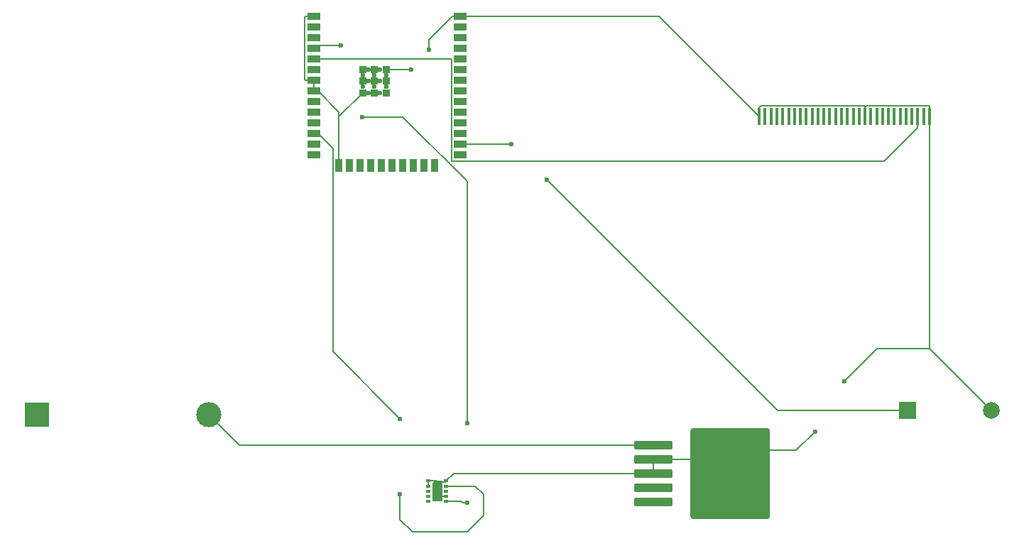
<source format=gbr>
%TF.GenerationSoftware,KiCad,Pcbnew,9.0.0*%
%TF.CreationDate,2025-03-30T15:15:58+05:30*%
%TF.ProjectId,garden management system,67617264-656e-4206-9d61-6e6167656d65,rev?*%
%TF.SameCoordinates,Original*%
%TF.FileFunction,Copper,L1,Top*%
%TF.FilePolarity,Positive*%
%FSLAX46Y46*%
G04 Gerber Fmt 4.6, Leading zero omitted, Abs format (unit mm)*
G04 Created by KiCad (PCBNEW 9.0.0) date 2025-03-30 15:15:58*
%MOMM*%
%LPD*%
G01*
G04 APERTURE LIST*
G04 Aperture macros list*
%AMRoundRect*
0 Rectangle with rounded corners*
0 $1 Rounding radius*
0 $2 $3 $4 $5 $6 $7 $8 $9 X,Y pos of 4 corners*
0 Add a 4 corners polygon primitive as box body*
4,1,4,$2,$3,$4,$5,$6,$7,$8,$9,$2,$3,0*
0 Add four circle primitives for the rounded corners*
1,1,$1+$1,$2,$3*
1,1,$1+$1,$4,$5*
1,1,$1+$1,$6,$7*
1,1,$1+$1,$8,$9*
0 Add four rect primitives between the rounded corners*
20,1,$1+$1,$2,$3,$4,$5,0*
20,1,$1+$1,$4,$5,$6,$7,0*
20,1,$1+$1,$6,$7,$8,$9,0*
20,1,$1+$1,$8,$9,$2,$3,0*%
%AMOutline4P*
0 Free polygon, 4 corners , with rotation*
0 The origin of the aperture is its center*
0 number of corners: always 4*
0 $1 to $8 corner X, Y*
0 $9 Rotation angle, in degrees counterclockwise*
0 create outline with 4 corners*
4,1,4,$1,$2,$3,$4,$5,$6,$7,$8,$1,$2,$9*%
G04 Aperture macros list end*
%TA.AperFunction,SMDPad,CuDef*%
%ADD10R,1.500000X0.900000*%
%TD*%
%TA.AperFunction,SMDPad,CuDef*%
%ADD11R,0.900000X1.500000*%
%TD*%
%TA.AperFunction,HeatsinkPad*%
%ADD12R,0.900000X0.900000*%
%TD*%
%TA.AperFunction,HeatsinkPad*%
%ADD13C,0.600000*%
%TD*%
%TA.AperFunction,SMDPad,CuDef*%
%ADD14R,0.600000X0.400000*%
%TD*%
%TA.AperFunction,SMDPad,CuDef*%
%ADD15Outline4P,-0.650000X-0.150000X0.650000X-0.150000X0.350000X0.150000X-0.350000X0.150000X0.000000*%
%TD*%
%TA.AperFunction,SMDPad,CuDef*%
%ADD16R,1.300000X2.200000*%
%TD*%
%TA.AperFunction,SMDPad,CuDef*%
%ADD17R,1.000000X0.300000*%
%TD*%
%TA.AperFunction,ComponentPad*%
%ADD18R,2.000000X2.000000*%
%TD*%
%TA.AperFunction,ComponentPad*%
%ADD19C,2.000000*%
%TD*%
%TA.AperFunction,ComponentPad*%
%ADD20R,3.000000X3.000000*%
%TD*%
%TA.AperFunction,ComponentPad*%
%ADD21C,3.000000*%
%TD*%
%TA.AperFunction,SMDPad,CuDef*%
%ADD22R,0.400000X2.000000*%
%TD*%
%TA.AperFunction,SMDPad,CuDef*%
%ADD23RoundRect,0.250000X-2.050000X-0.300000X2.050000X-0.300000X2.050000X0.300000X-2.050000X0.300000X0*%
%TD*%
%TA.AperFunction,SMDPad,CuDef*%
%ADD24RoundRect,0.250000X-2.025000X-2.375000X2.025000X-2.375000X2.025000X2.375000X-2.025000X2.375000X0*%
%TD*%
%TA.AperFunction,SMDPad,CuDef*%
%ADD25RoundRect,0.250002X-4.449998X-5.149998X4.449998X-5.149998X4.449998X5.149998X-4.449998X5.149998X0*%
%TD*%
%TA.AperFunction,ViaPad*%
%ADD26C,0.600000*%
%TD*%
%TA.AperFunction,Conductor*%
%ADD27C,0.200000*%
%TD*%
G04 APERTURE END LIST*
D10*
%TO.P,U1,1,GND*%
%TO.N,GND*%
X122710000Y-85990000D03*
%TO.P,U1,2,VDD*%
%TO.N,unconnected-(U1-VDD-Pad2)*%
X122710000Y-87260000D03*
%TO.P,U1,3,EN*%
%TO.N,unconnected-(U1-EN-Pad3)*%
X122710000Y-88530000D03*
%TO.P,U1,4,SENSOR_VP*%
%TO.N,Net-(U1-SENSOR_VP)*%
X122710000Y-89800000D03*
%TO.P,U1,5,SENSOR_VN*%
%TO.N,Net-(DS1-VCC)*%
X122710000Y-91070000D03*
%TO.P,U1,6,IO34*%
%TO.N,unconnected-(U1-IO34-Pad6)*%
X122710000Y-92340000D03*
%TO.P,U1,7,IO35*%
%TO.N,GND*%
X122710000Y-93610000D03*
%TO.P,U1,8,IO32*%
X122710000Y-94880000D03*
%TO.P,U1,9,IO33*%
%TO.N,unconnected-(U1-IO33-Pad9)*%
X122710000Y-96150000D03*
%TO.P,U1,10,IO25*%
%TO.N,unconnected-(U1-IO25-Pad10)*%
X122710000Y-97420000D03*
%TO.P,U1,11,IO26*%
%TO.N,unconnected-(U1-IO26-Pad11)*%
X122710000Y-98690000D03*
%TO.P,U1,12,IO27*%
%TO.N,Net-(U1-IO27)*%
X122710000Y-99960000D03*
%TO.P,U1,13,IO14*%
%TO.N,unconnected-(U1-IO14-Pad13)*%
X122710000Y-101230000D03*
%TO.P,U1,14,IO12*%
%TO.N,unconnected-(U1-IO12-Pad14)*%
X122710000Y-102500000D03*
D11*
%TO.P,U1,15,GND*%
%TO.N,GND*%
X125745000Y-103750000D03*
%TO.P,U1,16,IO13*%
%TO.N,unconnected-(U1-IO13-Pad16)*%
X127015000Y-103750000D03*
%TO.P,U1,17,SHD/SD2*%
%TO.N,unconnected-(U1-SHD{slash}SD2-Pad17)*%
X128285000Y-103750000D03*
%TO.P,U1,18,SWP/SD3*%
%TO.N,unconnected-(U1-SWP{slash}SD3-Pad18)*%
X129555000Y-103750000D03*
%TO.P,U1,19,SCS/CMD*%
%TO.N,unconnected-(U1-SCS{slash}CMD-Pad19)*%
X130825000Y-103750000D03*
%TO.P,U1,20,SCK/CLK*%
%TO.N,unconnected-(U1-SCK{slash}CLK-Pad20)*%
X132095000Y-103750000D03*
%TO.P,U1,21,SDO/SD0*%
%TO.N,unconnected-(U1-SDO{slash}SD0-Pad21)*%
X133365000Y-103750000D03*
%TO.P,U1,22,SDI/SD1*%
%TO.N,unconnected-(U1-SDI{slash}SD1-Pad22)*%
X134635000Y-103750000D03*
%TO.P,U1,23,IO15*%
%TO.N,unconnected-(U1-IO15-Pad23)*%
X135905000Y-103750000D03*
%TO.P,U1,24,IO2*%
%TO.N,unconnected-(U1-IO2-Pad24)*%
X137175000Y-103750000D03*
D10*
%TO.P,U1,25,IO0*%
%TO.N,unconnected-(U1-IO0-Pad25)*%
X140210000Y-102500000D03*
%TO.P,U1,26,IO4*%
%TO.N,Net-(BZ1-+)*%
X140210000Y-101230000D03*
%TO.P,U1,27,IO16*%
%TO.N,unconnected-(U1-IO16-Pad27)*%
X140210000Y-99960000D03*
%TO.P,U1,28,IO17*%
%TO.N,unconnected-(U1-IO17-Pad28)*%
X140210000Y-98690000D03*
%TO.P,U1,29,IO5*%
%TO.N,unconnected-(U1-IO5-Pad29)*%
X140210000Y-97420000D03*
%TO.P,U1,30,IO18*%
%TO.N,unconnected-(U1-IO18-Pad30)*%
X140210000Y-96150000D03*
%TO.P,U1,31,IO19*%
%TO.N,unconnected-(U1-IO19-Pad31)*%
X140210000Y-94880000D03*
%TO.P,U1,32,NC*%
%TO.N,unconnected-(U1-NC-Pad32)*%
X140210000Y-93610000D03*
%TO.P,U1,33,IO21*%
%TO.N,unconnected-(U1-IO21-Pad33)*%
X140210000Y-92340000D03*
%TO.P,U1,34,RXD0/IO3*%
%TO.N,unconnected-(U1-RXD0{slash}IO3-Pad34)*%
X140210000Y-91070000D03*
%TO.P,U1,35,TXD0/IO1*%
%TO.N,unconnected-(U1-TXD0{slash}IO1-Pad35)*%
X140210000Y-89800000D03*
%TO.P,U1,36,IO22*%
%TO.N,unconnected-(U1-IO22-Pad36)*%
X140210000Y-88530000D03*
%TO.P,U1,37,IO23*%
%TO.N,unconnected-(U1-IO23-Pad37)*%
X140210000Y-87260000D03*
%TO.P,U1,38,GND*%
%TO.N,GND*%
X140210000Y-85990000D03*
D12*
%TO.P,U1,39,GND*%
X128560000Y-92310000D03*
D13*
X128560000Y-93010000D03*
D12*
X128560000Y-93710000D03*
D13*
X128560000Y-94410000D03*
D12*
X128560000Y-95110000D03*
D13*
X129260000Y-92310000D03*
X129260000Y-93710000D03*
X129260000Y-95110000D03*
D12*
X129960000Y-92310000D03*
D13*
X129960000Y-93010000D03*
D12*
X129960000Y-93710000D03*
D13*
X129960000Y-94410000D03*
D12*
X129960000Y-95110000D03*
D13*
X130660000Y-92310000D03*
X130660000Y-93710000D03*
X130660000Y-95110000D03*
D12*
X131360000Y-92310000D03*
D13*
X131360000Y-93010000D03*
D12*
X131360000Y-93710000D03*
D13*
X131360000Y-94410000D03*
D12*
X131360000Y-95110000D03*
%TD*%
D14*
%TO.P,U3,1,ADDR*%
%TO.N,GND*%
X136400000Y-141400000D03*
%TO.P,U3,2,~{RESET}*%
X136400000Y-142000000D03*
%TO.P,U3,3,~{INT}*%
%TO.N,unconnected-(U3-~{INT}-Pad3)*%
X136400000Y-142600000D03*
%TO.P,U3,4,PWM*%
%TO.N,unconnected-(U3-PWM-Pad4)*%
X136400000Y-143200000D03*
%TO.P,U3,5,Sense*%
%TO.N,unconnected-(U3-Sense-Pad5)*%
X136400000Y-143800000D03*
%TO.P,U3,6,VDD*%
%TO.N,Net-(U1-SENSOR_VP)*%
X138500000Y-143800000D03*
%TO.P,U3,7,~{WAKE}*%
%TO.N,GND*%
X138500000Y-143200000D03*
%TO.P,U3,8,AUX*%
%TO.N,unconnected-(U3-AUX-Pad8)*%
X138500000Y-142600000D03*
%TO.P,U3,9,SDA*%
%TO.N,Net-(U1-IO27)*%
X138500000Y-142000000D03*
%TO.P,U3,10,SCL*%
%TO.N,GND*%
X138500000Y-141400000D03*
D15*
%TO.P,U3,11,GND*%
X137450000Y-141500000D03*
D16*
X137450000Y-142750000D03*
D17*
X137600000Y-141500000D03*
%TD*%
D18*
%TO.P,BZ1,1,+*%
%TO.N,Net-(BZ1-+)*%
X193500000Y-133000000D03*
D19*
%TO.P,BZ1,2,-*%
%TO.N,GND*%
X203500000Y-133000000D03*
%TD*%
D20*
%TO.P,BT1,1,+*%
%TO.N,Net-(BT1-+)*%
X89730000Y-133500000D03*
D21*
%TO.P,BT1,2,-*%
%TO.N,Net-(BT1--)*%
X110220000Y-133500000D03*
%TD*%
D22*
%TO.P,DS1,1,GND*%
%TO.N,GND*%
X175850000Y-97945000D03*
%TO.P,DS1,2,C2N*%
%TO.N,unconnected-(DS1-C2N-Pad2)*%
X176550000Y-97945000D03*
%TO.P,DS1,3,C2P*%
%TO.N,unconnected-(DS1-C2P-Pad3)*%
X177250000Y-97945000D03*
%TO.P,DS1,4,C1P*%
%TO.N,unconnected-(DS1-C1P-Pad4)*%
X177950000Y-97945000D03*
%TO.P,DS1,5,C1N*%
%TO.N,unconnected-(DS1-C1N-Pad5)*%
X178650000Y-97945000D03*
%TO.P,DS1,6,VBAT*%
%TO.N,unconnected-(DS1-VBAT-Pad6)*%
X179350000Y-97945000D03*
%TO.P,DS1,7,NC*%
%TO.N,unconnected-(DS1-NC-Pad7)*%
X180050000Y-97945000D03*
%TO.P,DS1,8,VSS*%
%TO.N,unconnected-(DS1-VSS-Pad8)*%
X180750000Y-97945000D03*
%TO.P,DS1,9,VDD*%
%TO.N,unconnected-(DS1-VDD-Pad9)*%
X181450000Y-97945000D03*
%TO.P,DS1,10,BS0*%
%TO.N,unconnected-(DS1-BS0-Pad10)*%
X182150000Y-97945000D03*
%TO.P,DS1,11,BS1*%
%TO.N,unconnected-(DS1-BS1-Pad11)*%
X182850000Y-97945000D03*
%TO.P,DS1,12,BS2*%
%TO.N,unconnected-(DS1-BS2-Pad12)*%
X183550000Y-97945000D03*
%TO.P,DS1,13,~{CS}*%
%TO.N,unconnected-(DS1-~{CS}-Pad13)*%
X184250000Y-97945000D03*
%TO.P,DS1,14,~{RES}*%
%TO.N,unconnected-(DS1-~{RES}-Pad14)*%
X184950000Y-97945000D03*
%TO.P,DS1,15,D/~{C}*%
%TO.N,unconnected-(DS1-D{slash}~{C}-Pad15)*%
X185650000Y-97945000D03*
%TO.P,DS1,16,R/~{W}*%
%TO.N,unconnected-(DS1-R{slash}~{W}-Pad16)*%
X186350000Y-97945000D03*
%TO.P,DS1,17,E/~{RD}*%
%TO.N,unconnected-(DS1-E{slash}~{RD}-Pad17)*%
X187050000Y-97945000D03*
%TO.P,DS1,18,D0*%
%TO.N,unconnected-(DS1-D0-Pad18)*%
X187750000Y-97945000D03*
%TO.P,DS1,19,D1*%
%TO.N,GND*%
X188450000Y-97945000D03*
%TO.P,DS1,20,D2*%
%TO.N,unconnected-(DS1-D2-Pad20)*%
X189150000Y-97945000D03*
%TO.P,DS1,21,D3*%
%TO.N,unconnected-(DS1-D3-Pad21)*%
X189850000Y-97945000D03*
%TO.P,DS1,22,D4*%
%TO.N,unconnected-(DS1-D4-Pad22)*%
X190550000Y-97945000D03*
%TO.P,DS1,23,D5*%
%TO.N,unconnected-(DS1-D5-Pad23)*%
X191250000Y-97945000D03*
%TO.P,DS1,24,D6*%
%TO.N,unconnected-(DS1-D6-Pad24)*%
X191950000Y-97945000D03*
%TO.P,DS1,25,D7*%
%TO.N,unconnected-(DS1-D7-Pad25)*%
X192650000Y-97945000D03*
%TO.P,DS1,26,IREF*%
%TO.N,unconnected-(DS1-IREF-Pad26)*%
X193350000Y-97945000D03*
%TO.P,DS1,27,VCOMH*%
%TO.N,unconnected-(DS1-VCOMH-Pad27)*%
X194050000Y-97945000D03*
%TO.P,DS1,28,VCC*%
%TO.N,Net-(DS1-VCC)*%
X194750000Y-97945000D03*
%TO.P,DS1,29,VLSS*%
%TO.N,unconnected-(DS1-VLSS-Pad29)*%
X195450000Y-97945000D03*
%TO.P,DS1,30,GND*%
%TO.N,GND*%
X196150000Y-97945000D03*
%TD*%
D23*
%TO.P,U2,1,VIN*%
%TO.N,Net-(BT1--)*%
X163225000Y-137100000D03*
%TO.P,U2,2,OUT*%
%TO.N,GND*%
X163225000Y-138800000D03*
%TO.P,U2,3,GND*%
X163225000Y-140500000D03*
D24*
X169950000Y-137725000D03*
X169950000Y-143275000D03*
D25*
X172375000Y-140500000D03*
D24*
X174800000Y-137725000D03*
X174800000Y-143275000D03*
D23*
%TO.P,U2,4,FB*%
%TO.N,unconnected-(U2-FB-Pad4)*%
X163225000Y-142200000D03*
%TO.P,U2,5,~{ON}/OFF*%
%TO.N,unconnected-(U2-~{ON}{slash}OFF-Pad5)*%
X163225000Y-143900000D03*
%TD*%
D26*
%TO.N,Net-(U1-SENSOR_VP)*%
X141000000Y-144000000D03*
X141000000Y-134500000D03*
X128500000Y-98000000D03*
X126000000Y-89500000D03*
%TO.N,Net-(U1-IO27)*%
X133000000Y-143000000D03*
X133000000Y-134000000D03*
%TO.N,GND*%
X136500000Y-90000000D03*
X134310000Y-92310000D03*
X182500000Y-135500000D03*
X186000000Y-129500000D03*
%TO.N,Net-(BZ1-+)*%
X150500000Y-105500000D03*
X146270000Y-101230000D03*
%TD*%
D27*
%TO.N,GND*%
X122710000Y-93610000D02*
X122710000Y-94880000D01*
X121659000Y-93509000D02*
X121760000Y-93610000D01*
X121760000Y-93610000D02*
X122710000Y-93610000D01*
X121760000Y-85990000D02*
X121659000Y-86091000D01*
X121659000Y-86091000D02*
X121659000Y-93509000D01*
X122710000Y-85990000D02*
X121760000Y-85990000D01*
X138400000Y-141500000D02*
X138500000Y-141400000D01*
X137600000Y-141500000D02*
X138400000Y-141500000D01*
X137350000Y-141400000D02*
X137450000Y-141500000D01*
X136400000Y-141400000D02*
X137350000Y-141400000D01*
X136400000Y-142000000D02*
X136400000Y-141400000D01*
X137900000Y-143200000D02*
X137450000Y-142750000D01*
X138500000Y-143200000D02*
X137900000Y-143200000D01*
%TO.N,Net-(U1-SENSOR_VP)*%
X140300000Y-143800000D02*
X138500000Y-143800000D01*
X140500000Y-144000000D02*
X140300000Y-143800000D01*
X141000000Y-144000000D02*
X140500000Y-144000000D01*
X141000000Y-105659100D02*
X141000000Y-134500000D01*
X133340900Y-98000000D02*
X141000000Y-105659100D01*
X128500000Y-98000000D02*
X133340900Y-98000000D01*
X123010000Y-89500000D02*
X126000000Y-89500000D01*
X122710000Y-89800000D02*
X123010000Y-89500000D01*
%TO.N,Net-(U1-IO27)*%
X143000000Y-145500000D02*
X143000000Y-143000000D01*
X141000000Y-147500000D02*
X143000000Y-145500000D01*
X134500000Y-147500000D02*
X141000000Y-147500000D01*
X133000000Y-146000000D02*
X134500000Y-147500000D01*
X142000000Y-142000000D02*
X138500000Y-142000000D01*
X133000000Y-143000000D02*
X133000000Y-146000000D01*
X143000000Y-143000000D02*
X142000000Y-142000000D01*
X124994000Y-125994000D02*
X133000000Y-134000000D01*
X124994000Y-101712000D02*
X124994000Y-125994000D01*
X123242000Y-99960000D02*
X124994000Y-101712000D01*
X122710000Y-99960000D02*
X123242000Y-99960000D01*
%TO.N,GND*%
X125745000Y-97383000D02*
X123242000Y-94880000D01*
X123242000Y-94880000D02*
X122710000Y-94880000D01*
X125745000Y-97925000D02*
X125745000Y-97383000D01*
X125745000Y-97925000D02*
X125745000Y-103750000D01*
X128560000Y-95110000D02*
X125745000Y-97925000D01*
X139260000Y-85990000D02*
X140210000Y-85990000D01*
X136500000Y-88750000D02*
X139260000Y-85990000D01*
X136500000Y-90000000D02*
X136500000Y-88750000D01*
X131360000Y-92310000D02*
X134310000Y-92310000D01*
X139400000Y-140500000D02*
X138500000Y-141400000D01*
X163225000Y-140500000D02*
X139400000Y-140500000D01*
X163225000Y-138800000D02*
X163225000Y-140500000D01*
X168875000Y-138800000D02*
X163225000Y-138800000D01*
X169950000Y-137725000D02*
X168875000Y-138800000D01*
X182500000Y-135500000D02*
X180275000Y-137725000D01*
X180275000Y-137725000D02*
X174800000Y-137725000D01*
X189850000Y-125650000D02*
X186000000Y-129500000D01*
X196150000Y-125650000D02*
X189850000Y-125650000D01*
X196150000Y-125650000D02*
X203500000Y-133000000D01*
X196150000Y-97945000D02*
X196150000Y-125650000D01*
%TO.N,Net-(BZ1-+)*%
X150500000Y-105500000D02*
X178000000Y-133000000D01*
X178000000Y-133000000D02*
X193500000Y-133000000D01*
X140210000Y-101230000D02*
X146270000Y-101230000D01*
%TO.N,Net-(DS1-VCC)*%
X194750000Y-99250000D02*
X194750000Y-97945000D01*
X139159000Y-103251000D02*
X190749000Y-103251000D01*
X190749000Y-103251000D02*
X194750000Y-99250000D01*
X139159000Y-91070000D02*
X139159000Y-103251000D01*
X122710000Y-91070000D02*
X139159000Y-91070000D01*
%TO.N,GND*%
X196150000Y-96745000D02*
X196150000Y-97945000D01*
X196049000Y-96644000D02*
X196150000Y-96745000D01*
X188450000Y-96843000D02*
X188649000Y-96644000D01*
X188450000Y-97945000D02*
X188450000Y-96843000D01*
X188649000Y-96644000D02*
X196049000Y-96644000D01*
X188450000Y-96745000D02*
X188450000Y-97945000D01*
X176049000Y-96644000D02*
X188349000Y-96644000D01*
X175850000Y-96843000D02*
X176049000Y-96644000D01*
X175850000Y-97945000D02*
X175850000Y-96843000D01*
X188349000Y-96644000D02*
X188450000Y-96745000D01*
X163895000Y-85990000D02*
X175850000Y-97945000D01*
X140210000Y-85990000D02*
X163895000Y-85990000D01*
%TO.N,Net-(BT1--)*%
X110220000Y-133500000D02*
X113820000Y-137100000D01*
X113820000Y-137100000D02*
X163225000Y-137100000D01*
%TD*%
M02*

</source>
